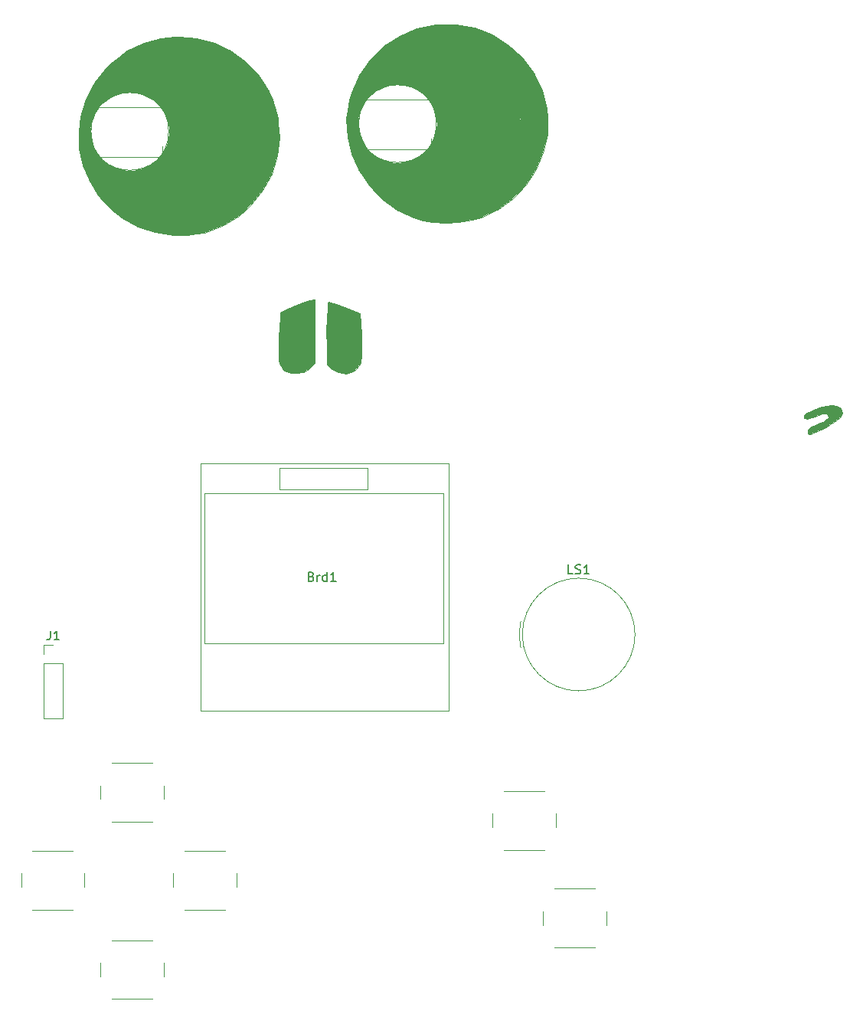
<source format=gbr>
G04 #@! TF.GenerationSoftware,KiCad,Pcbnew,8.0.5-8.0.5-0~ubuntu24.04.1*
G04 #@! TF.CreationDate,2024-09-29T10:35:44+09:00*
G04 #@! TF.ProjectId,gopher_pilot_rp2040_sw,676f7068-6572-45f7-9069-6c6f745f7270,rev?*
G04 #@! TF.SameCoordinates,Original*
G04 #@! TF.FileFunction,Legend,Top*
G04 #@! TF.FilePolarity,Positive*
%FSLAX46Y46*%
G04 Gerber Fmt 4.6, Leading zero omitted, Abs format (unit mm)*
G04 Created by KiCad (PCBNEW 8.0.5-8.0.5-0~ubuntu24.04.1) date 2024-09-29 10:35:44*
%MOMM*%
%LPD*%
G01*
G04 APERTURE LIST*
%ADD10C,0.150000*%
%ADD11C,0.120000*%
%ADD12C,0.100000*%
G04 APERTURE END LIST*
D10*
X116733333Y-121985009D02*
X116876190Y-122032628D01*
X116876190Y-122032628D02*
X116923809Y-122080247D01*
X116923809Y-122080247D02*
X116971428Y-122175485D01*
X116971428Y-122175485D02*
X116971428Y-122318342D01*
X116971428Y-122318342D02*
X116923809Y-122413580D01*
X116923809Y-122413580D02*
X116876190Y-122461200D01*
X116876190Y-122461200D02*
X116780952Y-122508819D01*
X116780952Y-122508819D02*
X116400000Y-122508819D01*
X116400000Y-122508819D02*
X116400000Y-121508819D01*
X116400000Y-121508819D02*
X116733333Y-121508819D01*
X116733333Y-121508819D02*
X116828571Y-121556438D01*
X116828571Y-121556438D02*
X116876190Y-121604057D01*
X116876190Y-121604057D02*
X116923809Y-121699295D01*
X116923809Y-121699295D02*
X116923809Y-121794533D01*
X116923809Y-121794533D02*
X116876190Y-121889771D01*
X116876190Y-121889771D02*
X116828571Y-121937390D01*
X116828571Y-121937390D02*
X116733333Y-121985009D01*
X116733333Y-121985009D02*
X116400000Y-121985009D01*
X117400000Y-122508819D02*
X117400000Y-121842152D01*
X117400000Y-122032628D02*
X117447619Y-121937390D01*
X117447619Y-121937390D02*
X117495238Y-121889771D01*
X117495238Y-121889771D02*
X117590476Y-121842152D01*
X117590476Y-121842152D02*
X117685714Y-121842152D01*
X118447619Y-122508819D02*
X118447619Y-121508819D01*
X118447619Y-122461200D02*
X118352381Y-122508819D01*
X118352381Y-122508819D02*
X118161905Y-122508819D01*
X118161905Y-122508819D02*
X118066667Y-122461200D01*
X118066667Y-122461200D02*
X118019048Y-122413580D01*
X118019048Y-122413580D02*
X117971429Y-122318342D01*
X117971429Y-122318342D02*
X117971429Y-122032628D01*
X117971429Y-122032628D02*
X118019048Y-121937390D01*
X118019048Y-121937390D02*
X118066667Y-121889771D01*
X118066667Y-121889771D02*
X118161905Y-121842152D01*
X118161905Y-121842152D02*
X118352381Y-121842152D01*
X118352381Y-121842152D02*
X118447619Y-121889771D01*
X119447619Y-122508819D02*
X118876191Y-122508819D01*
X119161905Y-122508819D02*
X119161905Y-121508819D01*
X119161905Y-121508819D02*
X119066667Y-121651676D01*
X119066667Y-121651676D02*
X118971429Y-121746914D01*
X118971429Y-121746914D02*
X118876191Y-121794533D01*
X87866666Y-127994819D02*
X87866666Y-128709104D01*
X87866666Y-128709104D02*
X87819047Y-128851961D01*
X87819047Y-128851961D02*
X87723809Y-128947200D01*
X87723809Y-128947200D02*
X87580952Y-128994819D01*
X87580952Y-128994819D02*
X87485714Y-128994819D01*
X88866666Y-128994819D02*
X88295238Y-128994819D01*
X88580952Y-128994819D02*
X88580952Y-127994819D01*
X88580952Y-127994819D02*
X88485714Y-128137676D01*
X88485714Y-128137676D02*
X88390476Y-128232914D01*
X88390476Y-128232914D02*
X88295238Y-128280533D01*
X145657142Y-121684819D02*
X145180952Y-121684819D01*
X145180952Y-121684819D02*
X145180952Y-120684819D01*
X145942857Y-121637200D02*
X146085714Y-121684819D01*
X146085714Y-121684819D02*
X146323809Y-121684819D01*
X146323809Y-121684819D02*
X146419047Y-121637200D01*
X146419047Y-121637200D02*
X146466666Y-121589580D01*
X146466666Y-121589580D02*
X146514285Y-121494342D01*
X146514285Y-121494342D02*
X146514285Y-121399104D01*
X146514285Y-121399104D02*
X146466666Y-121303866D01*
X146466666Y-121303866D02*
X146419047Y-121256247D01*
X146419047Y-121256247D02*
X146323809Y-121208628D01*
X146323809Y-121208628D02*
X146133333Y-121161009D01*
X146133333Y-121161009D02*
X146038095Y-121113390D01*
X146038095Y-121113390D02*
X145990476Y-121065771D01*
X145990476Y-121065771D02*
X145942857Y-120970533D01*
X145942857Y-120970533D02*
X145942857Y-120875295D01*
X145942857Y-120875295D02*
X145990476Y-120780057D01*
X145990476Y-120780057D02*
X146038095Y-120732438D01*
X146038095Y-120732438D02*
X146133333Y-120684819D01*
X146133333Y-120684819D02*
X146371428Y-120684819D01*
X146371428Y-120684819D02*
X146514285Y-120732438D01*
X147466666Y-121684819D02*
X146895238Y-121684819D01*
X147180952Y-121684819D02*
X147180952Y-120684819D01*
X147180952Y-120684819D02*
X147085714Y-120827676D01*
X147085714Y-120827676D02*
X146990476Y-120922914D01*
X146990476Y-120922914D02*
X146895238Y-120970533D01*
D11*
X92966520Y-70092120D02*
X100266520Y-70092120D01*
X92966520Y-75592120D02*
X100266520Y-75592120D01*
X100266520Y-75592120D02*
X100266520Y-74442120D01*
X122665300Y-69228320D02*
X129965300Y-69228320D01*
X122665300Y-74728320D02*
X129965300Y-74728320D01*
X129965300Y-74728320D02*
X129965300Y-73578320D01*
X104500000Y-109500000D02*
X131900000Y-109500000D01*
X104500000Y-136800000D02*
X104500000Y-109500000D01*
X104922000Y-112795000D02*
X128022000Y-112795000D01*
X104922000Y-129395000D02*
X104922000Y-112795000D01*
X113201000Y-109989000D02*
X113201000Y-112402000D01*
X113201000Y-109989000D02*
X122980000Y-109989000D01*
X122980000Y-109989000D02*
X122980000Y-112402000D01*
X122980000Y-112402000D02*
X113201000Y-112402000D01*
X128022000Y-112795000D02*
X131108000Y-112795000D01*
X128022000Y-129395000D02*
X104922000Y-129395000D01*
X128022000Y-129395000D02*
X131362000Y-129420000D01*
X131362000Y-112783000D02*
X131108000Y-112795000D01*
X131362000Y-129420000D02*
X131362000Y-112783000D01*
X131900000Y-109500000D02*
X131900000Y-136800000D01*
X131900000Y-136800000D02*
X104500000Y-136800000D01*
X136750000Y-148200000D02*
X136750000Y-149700000D01*
X138000000Y-152200000D02*
X142500000Y-152200000D01*
X142500000Y-145700000D02*
X138000000Y-145700000D01*
X143750000Y-149700000D02*
X143750000Y-148200000D01*
X84650000Y-154800000D02*
X84650000Y-156300000D01*
X85900000Y-158800000D02*
X90400000Y-158800000D01*
X90400000Y-152300000D02*
X85900000Y-152300000D01*
X91650000Y-156300000D02*
X91650000Y-154800000D01*
X93450000Y-164700000D02*
X93450000Y-166200000D01*
X94700000Y-168700000D02*
X99200000Y-168700000D01*
X99200000Y-162200000D02*
X94700000Y-162200000D01*
X100450000Y-166200000D02*
X100450000Y-164700000D01*
X87140000Y-129540000D02*
X88200000Y-129540000D01*
X87140000Y-130600000D02*
X87140000Y-129540000D01*
X87140000Y-131600000D02*
X87140000Y-137660000D01*
X87140000Y-131600000D02*
X89260000Y-131600000D01*
X87140000Y-137660000D02*
X89260000Y-137660000D01*
X89260000Y-131600000D02*
X89260000Y-137660000D01*
X100962601Y-72781520D02*
G75*
G02*
X92384745Y-72781520I-4288928J0D01*
G01*
X92384745Y-72781520D02*
G75*
G02*
X100962601Y-72781520I4288928J0D01*
G01*
X130562601Y-71931520D02*
G75*
G02*
X121984745Y-71931520I-4288928J0D01*
G01*
X121984745Y-71931520D02*
G75*
G02*
X130562601Y-71931520I4288928J0D01*
G01*
D12*
X119702600Y-91941520D02*
X121252600Y-92511520D01*
X122132600Y-92901520D01*
X122232600Y-94021520D01*
X122272600Y-95221520D01*
X122272600Y-97731520D01*
X122222600Y-98021520D01*
X122182600Y-98401520D01*
X121962600Y-98751520D01*
X121702600Y-99041520D01*
X121322600Y-99291520D01*
X120572600Y-99541520D01*
X119762600Y-99441520D01*
X119002600Y-99041520D01*
X118432600Y-98591520D01*
X118432600Y-96601520D01*
X118412600Y-94751520D01*
X118452600Y-93621520D01*
X118522600Y-92171520D01*
X118522600Y-91761520D01*
X118612600Y-91591520D01*
X119702600Y-91941520D01*
G36*
X119702600Y-91941520D02*
G01*
X121252600Y-92511520D01*
X122132600Y-92901520D01*
X122232600Y-94021520D01*
X122272600Y-95221520D01*
X122272600Y-97731520D01*
X122222600Y-98021520D01*
X122182600Y-98401520D01*
X121962600Y-98751520D01*
X121702600Y-99041520D01*
X121322600Y-99291520D01*
X120572600Y-99541520D01*
X119762600Y-99441520D01*
X119002600Y-99041520D01*
X118432600Y-98591520D01*
X118432600Y-96601520D01*
X118412600Y-94751520D01*
X118452600Y-93621520D01*
X118522600Y-92171520D01*
X118522600Y-91761520D01*
X118612600Y-91591520D01*
X119702600Y-91941520D01*
G37*
X117112600Y-92651520D02*
X117112600Y-94161520D01*
X117112600Y-95411520D01*
X117102600Y-96821520D01*
X117112600Y-98431520D01*
X116602600Y-98901520D01*
X116452600Y-99041520D01*
X115872600Y-99391520D01*
X115072600Y-99501520D01*
X114472600Y-99461520D01*
X114012600Y-99351520D01*
X113662600Y-99111520D01*
X113342600Y-98581520D01*
X113262600Y-98401520D01*
X113172600Y-98021520D01*
X113132600Y-97441520D01*
X113132600Y-96481520D01*
X113162600Y-95601520D01*
X113222600Y-94511520D01*
X113292600Y-93301520D01*
X113312600Y-92781520D01*
X113992600Y-92471520D01*
X114712600Y-92161520D01*
X115202600Y-91961520D01*
X116042600Y-91641520D01*
X116582600Y-91481520D01*
X117112600Y-91351520D01*
X117112600Y-92651520D01*
G36*
X117112600Y-92651520D02*
G01*
X117112600Y-94161520D01*
X117112600Y-95411520D01*
X117102600Y-96821520D01*
X117112600Y-98431520D01*
X116602600Y-98901520D01*
X116452600Y-99041520D01*
X115872600Y-99391520D01*
X115072600Y-99501520D01*
X114472600Y-99461520D01*
X114012600Y-99351520D01*
X113662600Y-99111520D01*
X113342600Y-98581520D01*
X113262600Y-98401520D01*
X113172600Y-98021520D01*
X113132600Y-97441520D01*
X113132600Y-96481520D01*
X113162600Y-95601520D01*
X113222600Y-94511520D01*
X113292600Y-93301520D01*
X113312600Y-92781520D01*
X113992600Y-92471520D01*
X114712600Y-92161520D01*
X115202600Y-91961520D01*
X116042600Y-91641520D01*
X116582600Y-91481520D01*
X117112600Y-91351520D01*
X117112600Y-92651520D01*
G37*
X174862600Y-103161520D02*
X175242600Y-103401520D01*
X175412600Y-103871520D01*
X175182600Y-104391520D01*
X174542600Y-104941520D01*
X174092600Y-105201520D01*
X173722600Y-105411520D01*
X173452600Y-105561520D01*
X173112600Y-105731520D01*
X172692600Y-105931520D01*
X172452600Y-106051520D01*
X172102600Y-106191520D01*
X171922600Y-106271520D01*
X171692600Y-106301520D01*
X171612600Y-106191520D01*
X171602600Y-105951520D01*
X171622600Y-105821520D01*
X171922600Y-105491520D01*
X172192600Y-105361520D01*
X172482600Y-105221520D01*
X172622600Y-105151520D01*
X172742600Y-105101520D01*
X172992600Y-105001520D01*
X173302600Y-104871520D01*
X173782600Y-104601520D01*
X173932600Y-104361520D01*
X173802600Y-104111520D01*
X173652600Y-104011520D01*
X173262600Y-104011520D01*
X172612600Y-104211520D01*
X172412600Y-104291520D01*
X172112600Y-104401520D01*
X171752600Y-104501520D01*
X171532600Y-104561520D01*
X171292600Y-104521520D01*
X171252600Y-104511520D01*
X171192600Y-104341520D01*
X171192600Y-104271520D01*
X171222600Y-104181520D01*
X171582600Y-103891520D01*
X172152600Y-103611520D01*
X172912600Y-103331520D01*
X173632600Y-103131520D01*
X174282600Y-103061520D01*
X174862600Y-103161520D01*
G36*
X174862600Y-103161520D02*
G01*
X175242600Y-103401520D01*
X175412600Y-103871520D01*
X175182600Y-104391520D01*
X174542600Y-104941520D01*
X174092600Y-105201520D01*
X173722600Y-105411520D01*
X173452600Y-105561520D01*
X173112600Y-105731520D01*
X172692600Y-105931520D01*
X172452600Y-106051520D01*
X172102600Y-106191520D01*
X171922600Y-106271520D01*
X171692600Y-106301520D01*
X171612600Y-106191520D01*
X171602600Y-105951520D01*
X171622600Y-105821520D01*
X171922600Y-105491520D01*
X172192600Y-105361520D01*
X172482600Y-105221520D01*
X172622600Y-105151520D01*
X172742600Y-105101520D01*
X172992600Y-105001520D01*
X173302600Y-104871520D01*
X173782600Y-104601520D01*
X173932600Y-104361520D01*
X173802600Y-104111520D01*
X173652600Y-104011520D01*
X173262600Y-104011520D01*
X172612600Y-104211520D01*
X172412600Y-104291520D01*
X172112600Y-104401520D01*
X171752600Y-104501520D01*
X171532600Y-104561520D01*
X171292600Y-104521520D01*
X171252600Y-104511520D01*
X171192600Y-104341520D01*
X171192600Y-104271520D01*
X171222600Y-104181520D01*
X171582600Y-103891520D01*
X172152600Y-103611520D01*
X172912600Y-103331520D01*
X173632600Y-103131520D01*
X174282600Y-103061520D01*
X174862600Y-103161520D01*
G37*
X121952600Y-71401520D02*
X121932600Y-72361520D01*
X122072600Y-73081520D01*
X122412600Y-73941520D01*
X122852600Y-74641520D01*
X123542600Y-75341520D01*
X124202600Y-75781520D01*
X124802600Y-76041520D01*
X125482600Y-76211520D01*
X125942600Y-76261520D01*
X126372600Y-76281520D01*
X126922600Y-76241520D01*
X127392600Y-76141520D01*
X127902600Y-75961520D01*
X128252600Y-75811520D01*
X128662600Y-75561520D01*
X129022600Y-75311520D01*
X129412600Y-74941520D01*
X129682600Y-74641520D01*
X129952600Y-74251520D01*
X130232600Y-73731520D01*
X130442600Y-73191520D01*
X130582600Y-72451520D01*
X130632600Y-71981520D01*
X130562600Y-71591520D01*
X142862600Y-71451520D01*
X142842600Y-72381520D01*
X142822600Y-73161520D01*
X142822600Y-73191520D01*
X142382600Y-75141520D01*
X141592600Y-76981520D01*
X140482600Y-78681520D01*
X139082600Y-80151520D01*
X137422600Y-81361520D01*
X135512600Y-82291520D01*
X134502600Y-82561520D01*
X133072600Y-82781520D01*
X131592600Y-82861520D01*
X130182600Y-82811520D01*
X129042600Y-82631520D01*
X128012600Y-82301520D01*
X126192600Y-81431520D01*
X124562600Y-80271520D01*
X123102600Y-78761520D01*
X122242600Y-77481520D01*
X122002600Y-77131520D01*
X121202600Y-75301520D01*
X120722600Y-73371520D01*
X120622600Y-71381520D01*
X121952600Y-71401520D01*
G36*
X121952600Y-71401520D02*
G01*
X121932600Y-72361520D01*
X122072600Y-73081520D01*
X122412600Y-73941520D01*
X122852600Y-74641520D01*
X123542600Y-75341520D01*
X124202600Y-75781520D01*
X124802600Y-76041520D01*
X125482600Y-76211520D01*
X125942600Y-76261520D01*
X126372600Y-76281520D01*
X126922600Y-76241520D01*
X127392600Y-76141520D01*
X127902600Y-75961520D01*
X128252600Y-75811520D01*
X128662600Y-75561520D01*
X129022600Y-75311520D01*
X129412600Y-74941520D01*
X129682600Y-74641520D01*
X129952600Y-74251520D01*
X130232600Y-73731520D01*
X130442600Y-73191520D01*
X130582600Y-72451520D01*
X130632600Y-71981520D01*
X130562600Y-71591520D01*
X142862600Y-71451520D01*
X142842600Y-72381520D01*
X142822600Y-73161520D01*
X142822600Y-73191520D01*
X142382600Y-75141520D01*
X141592600Y-76981520D01*
X140482600Y-78681520D01*
X139082600Y-80151520D01*
X137422600Y-81361520D01*
X135512600Y-82291520D01*
X134502600Y-82561520D01*
X133072600Y-82781520D01*
X131592600Y-82861520D01*
X130182600Y-82811520D01*
X129042600Y-82631520D01*
X128012600Y-82301520D01*
X126192600Y-81431520D01*
X124562600Y-80271520D01*
X123102600Y-78761520D01*
X122242600Y-77481520D01*
X122002600Y-77131520D01*
X121202600Y-75301520D01*
X120722600Y-73371520D01*
X120622600Y-71381520D01*
X121952600Y-71401520D01*
G37*
X104072600Y-62461520D02*
X105982600Y-62981520D01*
X107772600Y-63821520D01*
X109412600Y-64991520D01*
X110812600Y-66451520D01*
X111932600Y-68201520D01*
X112442600Y-69301520D01*
X113032600Y-71321520D01*
X113082600Y-71881520D01*
X101012600Y-72461520D01*
X100932600Y-71821520D01*
X100682600Y-71071520D01*
X100282600Y-70341520D01*
X99842600Y-69791520D01*
X99242600Y-69271520D01*
X98782600Y-68971520D01*
X98272600Y-68731520D01*
X97692600Y-68541520D01*
X97222600Y-68461520D01*
X96742600Y-68431520D01*
X96322600Y-68451520D01*
X95902600Y-68501520D01*
X95342600Y-68641520D01*
X94882600Y-68811520D01*
X94412600Y-69061520D01*
X94132600Y-69251520D01*
X93832600Y-69481520D01*
X93582600Y-69721520D01*
X93362600Y-69961520D01*
X93072600Y-70341520D01*
X92902600Y-70611520D01*
X92762600Y-70881520D01*
X92622600Y-71191520D01*
X92502600Y-71531520D01*
X92422600Y-71851520D01*
X92392600Y-72041520D01*
X91112600Y-71951520D01*
X91212600Y-71231520D01*
X91252600Y-70891520D01*
X91512600Y-70101520D01*
X91722600Y-69441520D01*
X91852600Y-69061520D01*
X92402600Y-68051520D01*
X92822600Y-67281520D01*
X93492600Y-66451520D01*
X94152600Y-65641520D01*
X94722600Y-65101520D01*
X95442600Y-64571520D01*
X95932600Y-64211520D01*
X96372600Y-63881520D01*
X97132600Y-63511520D01*
X98232600Y-62981520D01*
X100112600Y-62471520D01*
X101732600Y-62321520D01*
X102112600Y-62291520D01*
X104072600Y-62461520D01*
G36*
X104072600Y-62461520D02*
G01*
X105982600Y-62981520D01*
X107772600Y-63821520D01*
X109412600Y-64991520D01*
X110812600Y-66451520D01*
X111932600Y-68201520D01*
X112442600Y-69301520D01*
X113032600Y-71321520D01*
X113082600Y-71881520D01*
X101012600Y-72461520D01*
X100932600Y-71821520D01*
X100682600Y-71071520D01*
X100282600Y-70341520D01*
X99842600Y-69791520D01*
X99242600Y-69271520D01*
X98782600Y-68971520D01*
X98272600Y-68731520D01*
X97692600Y-68541520D01*
X97222600Y-68461520D01*
X96742600Y-68431520D01*
X96322600Y-68451520D01*
X95902600Y-68501520D01*
X95342600Y-68641520D01*
X94882600Y-68811520D01*
X94412600Y-69061520D01*
X94132600Y-69251520D01*
X93832600Y-69481520D01*
X93582600Y-69721520D01*
X93362600Y-69961520D01*
X93072600Y-70341520D01*
X92902600Y-70611520D01*
X92762600Y-70881520D01*
X92622600Y-71191520D01*
X92502600Y-71531520D01*
X92422600Y-71851520D01*
X92392600Y-72041520D01*
X91112600Y-71951520D01*
X91212600Y-71231520D01*
X91252600Y-70891520D01*
X91512600Y-70101520D01*
X91722600Y-69441520D01*
X91852600Y-69061520D01*
X92402600Y-68051520D01*
X92822600Y-67281520D01*
X93492600Y-66451520D01*
X94152600Y-65641520D01*
X94722600Y-65101520D01*
X95442600Y-64571520D01*
X95932600Y-64211520D01*
X96372600Y-63881520D01*
X97132600Y-63511520D01*
X98232600Y-62981520D01*
X100112600Y-62471520D01*
X101732600Y-62321520D01*
X102112600Y-62291520D01*
X104072600Y-62461520D01*
G37*
X134842600Y-61341520D02*
X136792600Y-62101520D01*
X138562600Y-63231520D01*
X140062600Y-64621520D01*
X141312600Y-66321520D01*
X142222600Y-68231520D01*
X142752600Y-70291520D01*
X142862600Y-71141520D01*
X142862600Y-71421520D01*
X130612600Y-71541520D01*
X130532600Y-71041520D01*
X130382600Y-70481520D01*
X130202600Y-70071520D01*
X130022600Y-69711520D01*
X129762600Y-69331520D01*
X129472600Y-68971520D01*
X129182600Y-68691520D01*
X128882600Y-68451520D01*
X128652600Y-68291520D01*
X128432600Y-68151520D01*
X127912600Y-67901520D01*
X127522600Y-67761520D01*
X126932600Y-67631520D01*
X126602600Y-67591520D01*
X126152600Y-67581520D01*
X125972600Y-67591520D01*
X125642600Y-67631520D01*
X125302600Y-67691520D01*
X125022600Y-67771520D01*
X124672600Y-67891520D01*
X124312600Y-68051520D01*
X124102600Y-68161520D01*
X123912600Y-68281520D01*
X123752600Y-68391520D01*
X123332600Y-68731520D01*
X122992600Y-69071520D01*
X122722600Y-69421520D01*
X122522600Y-69721520D01*
X122362600Y-70021520D01*
X122222600Y-70361520D01*
X122142600Y-70571520D01*
X122062600Y-70831520D01*
X122002600Y-71101520D01*
X121962600Y-71351520D01*
X120622600Y-71331520D01*
X120662600Y-71021520D01*
X120752600Y-70451520D01*
X120832600Y-69901520D01*
X120912600Y-69371520D01*
X121172600Y-68501520D01*
X121572600Y-67611520D01*
X122052600Y-66531520D01*
X122722600Y-65581520D01*
X123242600Y-64841520D01*
X123752600Y-64331520D01*
X124272600Y-63821520D01*
X124762600Y-63371520D01*
X126492600Y-62221520D01*
X128352600Y-61421520D01*
X130462600Y-60981520D01*
X131662600Y-60961520D01*
X132392600Y-60951520D01*
X132672600Y-60951520D01*
X134842600Y-61341520D01*
G36*
X134842600Y-61341520D02*
G01*
X136792600Y-62101520D01*
X138562600Y-63231520D01*
X140062600Y-64621520D01*
X141312600Y-66321520D01*
X142222600Y-68231520D01*
X142752600Y-70291520D01*
X142862600Y-71141520D01*
X142862600Y-71421520D01*
X130612600Y-71541520D01*
X130532600Y-71041520D01*
X130382600Y-70481520D01*
X130202600Y-70071520D01*
X130022600Y-69711520D01*
X129762600Y-69331520D01*
X129472600Y-68971520D01*
X129182600Y-68691520D01*
X128882600Y-68451520D01*
X128652600Y-68291520D01*
X128432600Y-68151520D01*
X127912600Y-67901520D01*
X127522600Y-67761520D01*
X126932600Y-67631520D01*
X126602600Y-67591520D01*
X126152600Y-67581520D01*
X125972600Y-67591520D01*
X125642600Y-67631520D01*
X125302600Y-67691520D01*
X125022600Y-67771520D01*
X124672600Y-67891520D01*
X124312600Y-68051520D01*
X124102600Y-68161520D01*
X123912600Y-68281520D01*
X123752600Y-68391520D01*
X123332600Y-68731520D01*
X122992600Y-69071520D01*
X122722600Y-69421520D01*
X122522600Y-69721520D01*
X122362600Y-70021520D01*
X122222600Y-70361520D01*
X122142600Y-70571520D01*
X122062600Y-70831520D01*
X122002600Y-71101520D01*
X121962600Y-71351520D01*
X120622600Y-71331520D01*
X120662600Y-71021520D01*
X120752600Y-70451520D01*
X120832600Y-69901520D01*
X120912600Y-69371520D01*
X121172600Y-68501520D01*
X121572600Y-67611520D01*
X122052600Y-66531520D01*
X122722600Y-65581520D01*
X123242600Y-64841520D01*
X123752600Y-64331520D01*
X124272600Y-63821520D01*
X124762600Y-63371520D01*
X126492600Y-62221520D01*
X128352600Y-61421520D01*
X130462600Y-60981520D01*
X131662600Y-60961520D01*
X132392600Y-60951520D01*
X132672600Y-60951520D01*
X134842600Y-61341520D01*
G37*
X113222600Y-73371520D02*
X112992600Y-75411520D01*
X112352600Y-77471520D01*
X111332600Y-79281520D01*
X109972600Y-80961520D01*
X108752600Y-82111520D01*
X107012600Y-83181520D01*
X104952600Y-83971520D01*
X104012600Y-84111520D01*
X102952600Y-84211520D01*
X101872600Y-84241520D01*
X101472600Y-84231520D01*
X100482600Y-84091520D01*
X99422600Y-83951520D01*
X97522600Y-83331520D01*
X95832600Y-82391520D01*
X94642600Y-81441520D01*
X94072600Y-80871520D01*
X93162600Y-79821520D01*
X92202600Y-78261520D01*
X91492600Y-76511520D01*
X91072600Y-74651520D01*
X91032600Y-73391520D01*
X91012600Y-72791520D01*
X91112600Y-72001520D01*
X92382600Y-72091520D01*
X92322600Y-72621520D01*
X92362600Y-73331520D01*
X92442600Y-73801520D01*
X92592600Y-74321520D01*
X92802600Y-74751520D01*
X93042600Y-75181520D01*
X93282600Y-75511520D01*
X93602600Y-75851520D01*
X93912600Y-76141520D01*
X94202600Y-76361520D01*
X94522600Y-76561520D01*
X94892600Y-76741520D01*
X95232600Y-76881520D01*
X95592600Y-76991520D01*
X95962600Y-77071520D01*
X96352600Y-77121520D01*
X96732600Y-77121520D01*
X97082600Y-77111520D01*
X97512600Y-77051520D01*
X97812600Y-76981520D01*
X98122600Y-76881520D01*
X98352600Y-76791520D01*
X98632600Y-76661520D01*
X98862600Y-76531520D01*
X99122600Y-76371520D01*
X99362600Y-76201520D01*
X99692600Y-75911520D01*
X99862600Y-75731520D01*
X100022600Y-75551520D01*
X100242600Y-75261520D01*
X100412600Y-75001520D01*
X100492600Y-74851520D01*
X100622600Y-74611520D01*
X100732600Y-74331520D01*
X100832600Y-74061520D01*
X100932600Y-73641520D01*
X101012600Y-73111520D01*
X101002600Y-72511520D01*
X113042600Y-71911520D01*
X113222600Y-73371520D01*
G36*
X113222600Y-73371520D02*
G01*
X112992600Y-75411520D01*
X112352600Y-77471520D01*
X111332600Y-79281520D01*
X109972600Y-80961520D01*
X108752600Y-82111520D01*
X107012600Y-83181520D01*
X104952600Y-83971520D01*
X104012600Y-84111520D01*
X102952600Y-84211520D01*
X101872600Y-84241520D01*
X101472600Y-84231520D01*
X100482600Y-84091520D01*
X99422600Y-83951520D01*
X97522600Y-83331520D01*
X95832600Y-82391520D01*
X94642600Y-81441520D01*
X94072600Y-80871520D01*
X93162600Y-79821520D01*
X92202600Y-78261520D01*
X91492600Y-76511520D01*
X91072600Y-74651520D01*
X91032600Y-73391520D01*
X91012600Y-72791520D01*
X91112600Y-72001520D01*
X92382600Y-72091520D01*
X92322600Y-72621520D01*
X92362600Y-73331520D01*
X92442600Y-73801520D01*
X92592600Y-74321520D01*
X92802600Y-74751520D01*
X93042600Y-75181520D01*
X93282600Y-75511520D01*
X93602600Y-75851520D01*
X93912600Y-76141520D01*
X94202600Y-76361520D01*
X94522600Y-76561520D01*
X94892600Y-76741520D01*
X95232600Y-76881520D01*
X95592600Y-76991520D01*
X95962600Y-77071520D01*
X96352600Y-77121520D01*
X96732600Y-77121520D01*
X97082600Y-77111520D01*
X97512600Y-77051520D01*
X97812600Y-76981520D01*
X98122600Y-76881520D01*
X98352600Y-76791520D01*
X98632600Y-76661520D01*
X98862600Y-76531520D01*
X99122600Y-76371520D01*
X99362600Y-76201520D01*
X99692600Y-75911520D01*
X99862600Y-75731520D01*
X100022600Y-75551520D01*
X100242600Y-75261520D01*
X100412600Y-75001520D01*
X100492600Y-74851520D01*
X100622600Y-74611520D01*
X100732600Y-74331520D01*
X100832600Y-74061520D01*
X100932600Y-73641520D01*
X101012600Y-73111520D01*
X101002600Y-72511520D01*
X113042600Y-71911520D01*
X113222600Y-73371520D01*
G37*
D11*
X93450000Y-145100000D02*
X93450000Y-146600000D01*
X94700000Y-149100000D02*
X99200000Y-149100000D01*
X99200000Y-142600000D02*
X94700000Y-142600000D01*
X100450000Y-146600000D02*
X100450000Y-145100000D01*
X101450000Y-154800000D02*
X101450000Y-156300000D01*
X102700000Y-158800000D02*
X107200000Y-158800000D01*
X107200000Y-152300000D02*
X102700000Y-152300000D01*
X108450000Y-156300000D02*
X108450000Y-154800000D01*
X142350000Y-159000000D02*
X142350000Y-160500000D01*
X143600000Y-163000000D02*
X148100000Y-163000000D01*
X148100000Y-156500000D02*
X143600000Y-156500000D01*
X149350000Y-160500000D02*
X149350000Y-159000000D01*
X139900000Y-129899999D02*
G75*
G02*
X139900000Y-126900000I6400000J1499999D01*
G01*
X152530000Y-128400000D02*
G75*
G02*
X140070000Y-128400000I-6230000J0D01*
G01*
X140070000Y-128400000D02*
G75*
G02*
X152530000Y-128400000I6230000J0D01*
G01*
M02*

</source>
